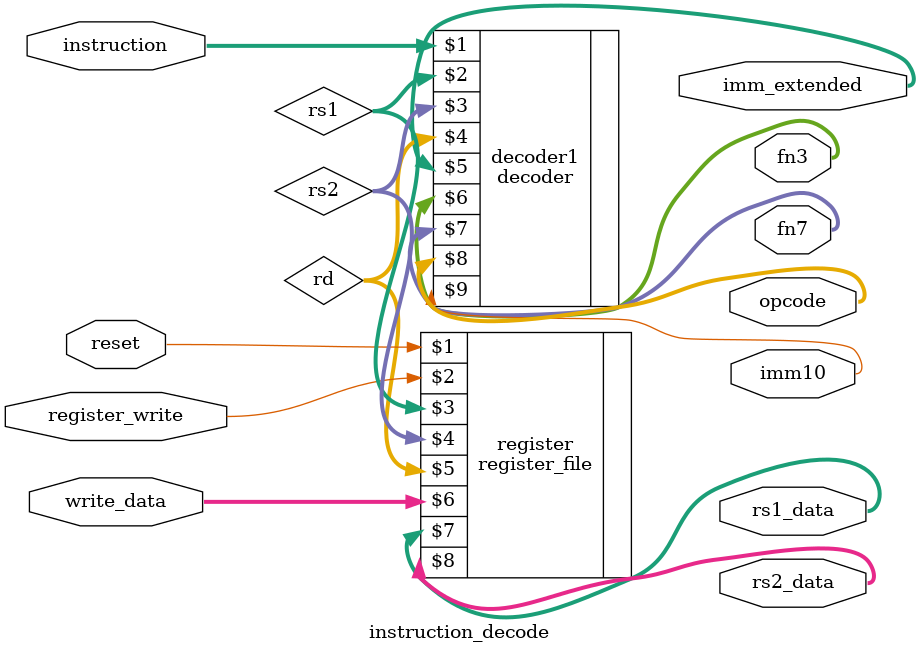
<source format=sv>
module instruction_decode(/*clk,*/ reset, instruction, register_write, write_data, rs1_data, rs2_data, imm_extended, fn3, fn7, opcode, imm10);
    input logic /*clk,*/ reset;
    input logic[31:0] instruction, write_data;
    output logic[31:0] rs1_data, rs2_data, imm_extended;
    output logic[2:0] fn3;
	output logic[6:0] fn7, opcode;
	output logic imm10;
    
	logic[4:0] rs1, rs2, rd;
	//logic[11:0] imm;

	input logic register_write;
    
    decoder decoder1(instruction, rs1, rs2, rd, imm_extended, fn3, fn7, opcode, imm10);
    register_file register(/*clk,*/ reset, register_write, rs1, rs2, rd, write_data, rs1_data, rs2_data);
    //sign_extender immediate_generator(imm, imm_extended); sign extension is being done in the decoder
endmodule


</source>
